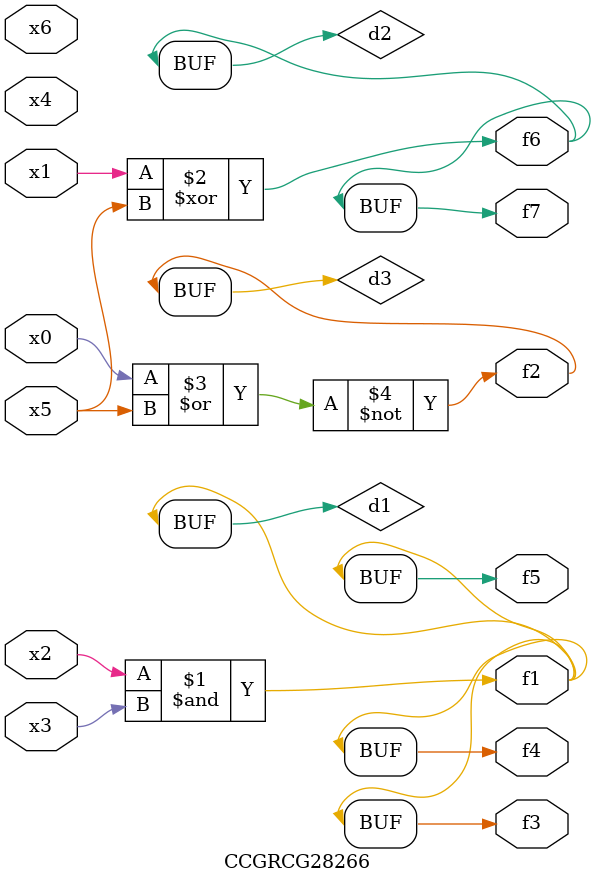
<source format=v>
module CCGRCG28266(
	input x0, x1, x2, x3, x4, x5, x6,
	output f1, f2, f3, f4, f5, f6, f7
);

	wire d1, d2, d3;

	and (d1, x2, x3);
	xor (d2, x1, x5);
	nor (d3, x0, x5);
	assign f1 = d1;
	assign f2 = d3;
	assign f3 = d1;
	assign f4 = d1;
	assign f5 = d1;
	assign f6 = d2;
	assign f7 = d2;
endmodule

</source>
